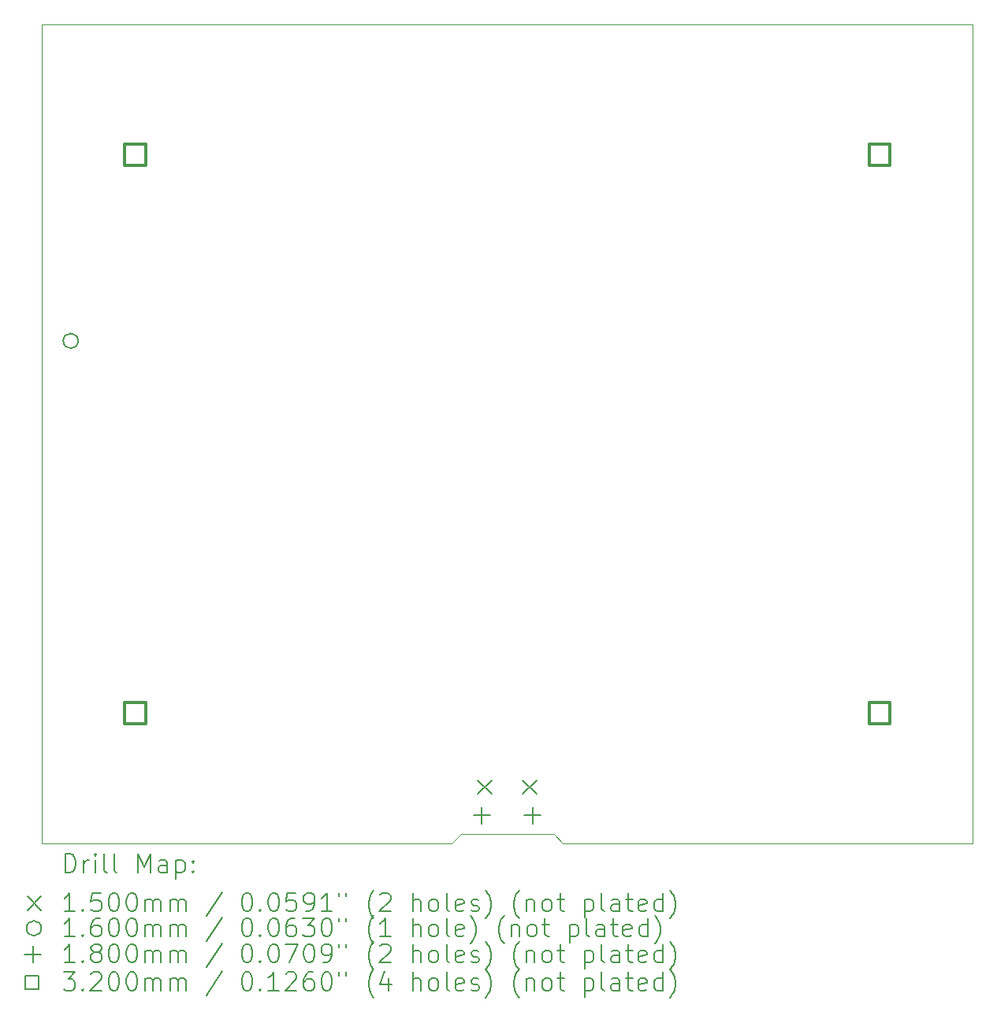
<source format=gbr>
%TF.GenerationSoftware,KiCad,Pcbnew,6.0.11+dfsg-1*%
%TF.CreationDate,2024-08-25T21:45:39-05:00*%
%TF.ProjectId,hootswitch,686f6f74-7377-4697-9463-682e6b696361,rev?*%
%TF.SameCoordinates,Original*%
%TF.FileFunction,Drillmap*%
%TF.FilePolarity,Positive*%
%FSLAX45Y45*%
G04 Gerber Fmt 4.5, Leading zero omitted, Abs format (unit mm)*
G04 Created by KiCad (PCBNEW 6.0.11+dfsg-1) date 2024-08-25 21:45:39*
%MOMM*%
%LPD*%
G01*
G04 APERTURE LIST*
%ADD10C,0.100000*%
%ADD11C,0.200000*%
%ADD12C,0.150000*%
%ADD13C,0.160000*%
%ADD14C,0.180000*%
%ADD15C,0.320000*%
G04 APERTURE END LIST*
D10*
X16000000Y-6000000D02*
X6000000Y-6000000D01*
X6000000Y-14800000D02*
X10400000Y-14800000D01*
X6000000Y-6000000D02*
X6000000Y-14800000D01*
X11500000Y-14700000D02*
X11600000Y-14800000D01*
X11600000Y-14800000D02*
X16000000Y-14800000D01*
X10400000Y-14800000D02*
X10500000Y-14700000D01*
X10500000Y-14700000D02*
X11500000Y-14700000D01*
X16000000Y-6000000D02*
X16000000Y-14800000D01*
D11*
D12*
X10682500Y-14122000D02*
X10832500Y-14272000D01*
X10832500Y-14122000D02*
X10682500Y-14272000D01*
X11167500Y-14122000D02*
X11317500Y-14272000D01*
X11317500Y-14122000D02*
X11167500Y-14272000D01*
D13*
X6390000Y-9400000D02*
G75*
G03*
X6390000Y-9400000I-80000J0D01*
G01*
D14*
X10727500Y-14410000D02*
X10727500Y-14590000D01*
X10637500Y-14500000D02*
X10817500Y-14500000D01*
X11272500Y-14410000D02*
X11272500Y-14590000D01*
X11182500Y-14500000D02*
X11362500Y-14500000D01*
D15*
X7113138Y-7513138D02*
X7113138Y-7286862D01*
X6886862Y-7286862D01*
X6886862Y-7513138D01*
X7113138Y-7513138D01*
X7113138Y-13513138D02*
X7113138Y-13286862D01*
X6886862Y-13286862D01*
X6886862Y-13513138D01*
X7113138Y-13513138D01*
X15113138Y-7513138D02*
X15113138Y-7286862D01*
X14886862Y-7286862D01*
X14886862Y-7513138D01*
X15113138Y-7513138D01*
X15113138Y-13513138D02*
X15113138Y-13286862D01*
X14886862Y-13286862D01*
X14886862Y-13513138D01*
X15113138Y-13513138D01*
D11*
X6252619Y-15115476D02*
X6252619Y-14915476D01*
X6300238Y-14915476D01*
X6328809Y-14925000D01*
X6347857Y-14944048D01*
X6357381Y-14963095D01*
X6366905Y-15001190D01*
X6366905Y-15029762D01*
X6357381Y-15067857D01*
X6347857Y-15086905D01*
X6328809Y-15105952D01*
X6300238Y-15115476D01*
X6252619Y-15115476D01*
X6452619Y-15115476D02*
X6452619Y-14982143D01*
X6452619Y-15020238D02*
X6462143Y-15001190D01*
X6471667Y-14991667D01*
X6490714Y-14982143D01*
X6509762Y-14982143D01*
X6576428Y-15115476D02*
X6576428Y-14982143D01*
X6576428Y-14915476D02*
X6566905Y-14925000D01*
X6576428Y-14934524D01*
X6585952Y-14925000D01*
X6576428Y-14915476D01*
X6576428Y-14934524D01*
X6700238Y-15115476D02*
X6681190Y-15105952D01*
X6671667Y-15086905D01*
X6671667Y-14915476D01*
X6805000Y-15115476D02*
X6785952Y-15105952D01*
X6776428Y-15086905D01*
X6776428Y-14915476D01*
X7033571Y-15115476D02*
X7033571Y-14915476D01*
X7100238Y-15058333D01*
X7166905Y-14915476D01*
X7166905Y-15115476D01*
X7347857Y-15115476D02*
X7347857Y-15010714D01*
X7338333Y-14991667D01*
X7319286Y-14982143D01*
X7281190Y-14982143D01*
X7262143Y-14991667D01*
X7347857Y-15105952D02*
X7328809Y-15115476D01*
X7281190Y-15115476D01*
X7262143Y-15105952D01*
X7252619Y-15086905D01*
X7252619Y-15067857D01*
X7262143Y-15048809D01*
X7281190Y-15039286D01*
X7328809Y-15039286D01*
X7347857Y-15029762D01*
X7443095Y-14982143D02*
X7443095Y-15182143D01*
X7443095Y-14991667D02*
X7462143Y-14982143D01*
X7500238Y-14982143D01*
X7519286Y-14991667D01*
X7528809Y-15001190D01*
X7538333Y-15020238D01*
X7538333Y-15077381D01*
X7528809Y-15096428D01*
X7519286Y-15105952D01*
X7500238Y-15115476D01*
X7462143Y-15115476D01*
X7443095Y-15105952D01*
X7624048Y-15096428D02*
X7633571Y-15105952D01*
X7624048Y-15115476D01*
X7614524Y-15105952D01*
X7624048Y-15096428D01*
X7624048Y-15115476D01*
X7624048Y-14991667D02*
X7633571Y-15001190D01*
X7624048Y-15010714D01*
X7614524Y-15001190D01*
X7624048Y-14991667D01*
X7624048Y-15010714D01*
D12*
X5845000Y-15370000D02*
X5995000Y-15520000D01*
X5995000Y-15370000D02*
X5845000Y-15520000D01*
D11*
X6357381Y-15535476D02*
X6243095Y-15535476D01*
X6300238Y-15535476D02*
X6300238Y-15335476D01*
X6281190Y-15364048D01*
X6262143Y-15383095D01*
X6243095Y-15392619D01*
X6443095Y-15516428D02*
X6452619Y-15525952D01*
X6443095Y-15535476D01*
X6433571Y-15525952D01*
X6443095Y-15516428D01*
X6443095Y-15535476D01*
X6633571Y-15335476D02*
X6538333Y-15335476D01*
X6528809Y-15430714D01*
X6538333Y-15421190D01*
X6557381Y-15411667D01*
X6605000Y-15411667D01*
X6624048Y-15421190D01*
X6633571Y-15430714D01*
X6643095Y-15449762D01*
X6643095Y-15497381D01*
X6633571Y-15516428D01*
X6624048Y-15525952D01*
X6605000Y-15535476D01*
X6557381Y-15535476D01*
X6538333Y-15525952D01*
X6528809Y-15516428D01*
X6766905Y-15335476D02*
X6785952Y-15335476D01*
X6805000Y-15345000D01*
X6814524Y-15354524D01*
X6824048Y-15373571D01*
X6833571Y-15411667D01*
X6833571Y-15459286D01*
X6824048Y-15497381D01*
X6814524Y-15516428D01*
X6805000Y-15525952D01*
X6785952Y-15535476D01*
X6766905Y-15535476D01*
X6747857Y-15525952D01*
X6738333Y-15516428D01*
X6728809Y-15497381D01*
X6719286Y-15459286D01*
X6719286Y-15411667D01*
X6728809Y-15373571D01*
X6738333Y-15354524D01*
X6747857Y-15345000D01*
X6766905Y-15335476D01*
X6957381Y-15335476D02*
X6976428Y-15335476D01*
X6995476Y-15345000D01*
X7005000Y-15354524D01*
X7014524Y-15373571D01*
X7024048Y-15411667D01*
X7024048Y-15459286D01*
X7014524Y-15497381D01*
X7005000Y-15516428D01*
X6995476Y-15525952D01*
X6976428Y-15535476D01*
X6957381Y-15535476D01*
X6938333Y-15525952D01*
X6928809Y-15516428D01*
X6919286Y-15497381D01*
X6909762Y-15459286D01*
X6909762Y-15411667D01*
X6919286Y-15373571D01*
X6928809Y-15354524D01*
X6938333Y-15345000D01*
X6957381Y-15335476D01*
X7109762Y-15535476D02*
X7109762Y-15402143D01*
X7109762Y-15421190D02*
X7119286Y-15411667D01*
X7138333Y-15402143D01*
X7166905Y-15402143D01*
X7185952Y-15411667D01*
X7195476Y-15430714D01*
X7195476Y-15535476D01*
X7195476Y-15430714D02*
X7205000Y-15411667D01*
X7224048Y-15402143D01*
X7252619Y-15402143D01*
X7271667Y-15411667D01*
X7281190Y-15430714D01*
X7281190Y-15535476D01*
X7376428Y-15535476D02*
X7376428Y-15402143D01*
X7376428Y-15421190D02*
X7385952Y-15411667D01*
X7405000Y-15402143D01*
X7433571Y-15402143D01*
X7452619Y-15411667D01*
X7462143Y-15430714D01*
X7462143Y-15535476D01*
X7462143Y-15430714D02*
X7471667Y-15411667D01*
X7490714Y-15402143D01*
X7519286Y-15402143D01*
X7538333Y-15411667D01*
X7547857Y-15430714D01*
X7547857Y-15535476D01*
X7938333Y-15325952D02*
X7766905Y-15583095D01*
X8195476Y-15335476D02*
X8214524Y-15335476D01*
X8233571Y-15345000D01*
X8243095Y-15354524D01*
X8252619Y-15373571D01*
X8262143Y-15411667D01*
X8262143Y-15459286D01*
X8252619Y-15497381D01*
X8243095Y-15516428D01*
X8233571Y-15525952D01*
X8214524Y-15535476D01*
X8195476Y-15535476D01*
X8176428Y-15525952D01*
X8166905Y-15516428D01*
X8157381Y-15497381D01*
X8147857Y-15459286D01*
X8147857Y-15411667D01*
X8157381Y-15373571D01*
X8166905Y-15354524D01*
X8176428Y-15345000D01*
X8195476Y-15335476D01*
X8347857Y-15516428D02*
X8357381Y-15525952D01*
X8347857Y-15535476D01*
X8338333Y-15525952D01*
X8347857Y-15516428D01*
X8347857Y-15535476D01*
X8481190Y-15335476D02*
X8500238Y-15335476D01*
X8519286Y-15345000D01*
X8528810Y-15354524D01*
X8538333Y-15373571D01*
X8547857Y-15411667D01*
X8547857Y-15459286D01*
X8538333Y-15497381D01*
X8528810Y-15516428D01*
X8519286Y-15525952D01*
X8500238Y-15535476D01*
X8481190Y-15535476D01*
X8462143Y-15525952D01*
X8452619Y-15516428D01*
X8443095Y-15497381D01*
X8433571Y-15459286D01*
X8433571Y-15411667D01*
X8443095Y-15373571D01*
X8452619Y-15354524D01*
X8462143Y-15345000D01*
X8481190Y-15335476D01*
X8728810Y-15335476D02*
X8633571Y-15335476D01*
X8624048Y-15430714D01*
X8633571Y-15421190D01*
X8652619Y-15411667D01*
X8700238Y-15411667D01*
X8719286Y-15421190D01*
X8728810Y-15430714D01*
X8738333Y-15449762D01*
X8738333Y-15497381D01*
X8728810Y-15516428D01*
X8719286Y-15525952D01*
X8700238Y-15535476D01*
X8652619Y-15535476D01*
X8633571Y-15525952D01*
X8624048Y-15516428D01*
X8833571Y-15535476D02*
X8871667Y-15535476D01*
X8890714Y-15525952D01*
X8900238Y-15516428D01*
X8919286Y-15487857D01*
X8928810Y-15449762D01*
X8928810Y-15373571D01*
X8919286Y-15354524D01*
X8909762Y-15345000D01*
X8890714Y-15335476D01*
X8852619Y-15335476D01*
X8833571Y-15345000D01*
X8824048Y-15354524D01*
X8814524Y-15373571D01*
X8814524Y-15421190D01*
X8824048Y-15440238D01*
X8833571Y-15449762D01*
X8852619Y-15459286D01*
X8890714Y-15459286D01*
X8909762Y-15449762D01*
X8919286Y-15440238D01*
X8928810Y-15421190D01*
X9119286Y-15535476D02*
X9005000Y-15535476D01*
X9062143Y-15535476D02*
X9062143Y-15335476D01*
X9043095Y-15364048D01*
X9024048Y-15383095D01*
X9005000Y-15392619D01*
X9195476Y-15335476D02*
X9195476Y-15373571D01*
X9271667Y-15335476D02*
X9271667Y-15373571D01*
X9566905Y-15611667D02*
X9557381Y-15602143D01*
X9538333Y-15573571D01*
X9528810Y-15554524D01*
X9519286Y-15525952D01*
X9509762Y-15478333D01*
X9509762Y-15440238D01*
X9519286Y-15392619D01*
X9528810Y-15364048D01*
X9538333Y-15345000D01*
X9557381Y-15316428D01*
X9566905Y-15306905D01*
X9633571Y-15354524D02*
X9643095Y-15345000D01*
X9662143Y-15335476D01*
X9709762Y-15335476D01*
X9728810Y-15345000D01*
X9738333Y-15354524D01*
X9747857Y-15373571D01*
X9747857Y-15392619D01*
X9738333Y-15421190D01*
X9624048Y-15535476D01*
X9747857Y-15535476D01*
X9985952Y-15535476D02*
X9985952Y-15335476D01*
X10071667Y-15535476D02*
X10071667Y-15430714D01*
X10062143Y-15411667D01*
X10043095Y-15402143D01*
X10014524Y-15402143D01*
X9995476Y-15411667D01*
X9985952Y-15421190D01*
X10195476Y-15535476D02*
X10176429Y-15525952D01*
X10166905Y-15516428D01*
X10157381Y-15497381D01*
X10157381Y-15440238D01*
X10166905Y-15421190D01*
X10176429Y-15411667D01*
X10195476Y-15402143D01*
X10224048Y-15402143D01*
X10243095Y-15411667D01*
X10252619Y-15421190D01*
X10262143Y-15440238D01*
X10262143Y-15497381D01*
X10252619Y-15516428D01*
X10243095Y-15525952D01*
X10224048Y-15535476D01*
X10195476Y-15535476D01*
X10376429Y-15535476D02*
X10357381Y-15525952D01*
X10347857Y-15506905D01*
X10347857Y-15335476D01*
X10528810Y-15525952D02*
X10509762Y-15535476D01*
X10471667Y-15535476D01*
X10452619Y-15525952D01*
X10443095Y-15506905D01*
X10443095Y-15430714D01*
X10452619Y-15411667D01*
X10471667Y-15402143D01*
X10509762Y-15402143D01*
X10528810Y-15411667D01*
X10538333Y-15430714D01*
X10538333Y-15449762D01*
X10443095Y-15468809D01*
X10614524Y-15525952D02*
X10633571Y-15535476D01*
X10671667Y-15535476D01*
X10690714Y-15525952D01*
X10700238Y-15506905D01*
X10700238Y-15497381D01*
X10690714Y-15478333D01*
X10671667Y-15468809D01*
X10643095Y-15468809D01*
X10624048Y-15459286D01*
X10614524Y-15440238D01*
X10614524Y-15430714D01*
X10624048Y-15411667D01*
X10643095Y-15402143D01*
X10671667Y-15402143D01*
X10690714Y-15411667D01*
X10766905Y-15611667D02*
X10776429Y-15602143D01*
X10795476Y-15573571D01*
X10805000Y-15554524D01*
X10814524Y-15525952D01*
X10824048Y-15478333D01*
X10824048Y-15440238D01*
X10814524Y-15392619D01*
X10805000Y-15364048D01*
X10795476Y-15345000D01*
X10776429Y-15316428D01*
X10766905Y-15306905D01*
X11128810Y-15611667D02*
X11119286Y-15602143D01*
X11100238Y-15573571D01*
X11090714Y-15554524D01*
X11081190Y-15525952D01*
X11071667Y-15478333D01*
X11071667Y-15440238D01*
X11081190Y-15392619D01*
X11090714Y-15364048D01*
X11100238Y-15345000D01*
X11119286Y-15316428D01*
X11128810Y-15306905D01*
X11205000Y-15402143D02*
X11205000Y-15535476D01*
X11205000Y-15421190D02*
X11214524Y-15411667D01*
X11233571Y-15402143D01*
X11262143Y-15402143D01*
X11281190Y-15411667D01*
X11290714Y-15430714D01*
X11290714Y-15535476D01*
X11414524Y-15535476D02*
X11395476Y-15525952D01*
X11385952Y-15516428D01*
X11376428Y-15497381D01*
X11376428Y-15440238D01*
X11385952Y-15421190D01*
X11395476Y-15411667D01*
X11414524Y-15402143D01*
X11443095Y-15402143D01*
X11462143Y-15411667D01*
X11471667Y-15421190D01*
X11481190Y-15440238D01*
X11481190Y-15497381D01*
X11471667Y-15516428D01*
X11462143Y-15525952D01*
X11443095Y-15535476D01*
X11414524Y-15535476D01*
X11538333Y-15402143D02*
X11614524Y-15402143D01*
X11566905Y-15335476D02*
X11566905Y-15506905D01*
X11576428Y-15525952D01*
X11595476Y-15535476D01*
X11614524Y-15535476D01*
X11833571Y-15402143D02*
X11833571Y-15602143D01*
X11833571Y-15411667D02*
X11852619Y-15402143D01*
X11890714Y-15402143D01*
X11909762Y-15411667D01*
X11919286Y-15421190D01*
X11928809Y-15440238D01*
X11928809Y-15497381D01*
X11919286Y-15516428D01*
X11909762Y-15525952D01*
X11890714Y-15535476D01*
X11852619Y-15535476D01*
X11833571Y-15525952D01*
X12043095Y-15535476D02*
X12024048Y-15525952D01*
X12014524Y-15506905D01*
X12014524Y-15335476D01*
X12205000Y-15535476D02*
X12205000Y-15430714D01*
X12195476Y-15411667D01*
X12176428Y-15402143D01*
X12138333Y-15402143D01*
X12119286Y-15411667D01*
X12205000Y-15525952D02*
X12185952Y-15535476D01*
X12138333Y-15535476D01*
X12119286Y-15525952D01*
X12109762Y-15506905D01*
X12109762Y-15487857D01*
X12119286Y-15468809D01*
X12138333Y-15459286D01*
X12185952Y-15459286D01*
X12205000Y-15449762D01*
X12271667Y-15402143D02*
X12347857Y-15402143D01*
X12300238Y-15335476D02*
X12300238Y-15506905D01*
X12309762Y-15525952D01*
X12328809Y-15535476D01*
X12347857Y-15535476D01*
X12490714Y-15525952D02*
X12471667Y-15535476D01*
X12433571Y-15535476D01*
X12414524Y-15525952D01*
X12405000Y-15506905D01*
X12405000Y-15430714D01*
X12414524Y-15411667D01*
X12433571Y-15402143D01*
X12471667Y-15402143D01*
X12490714Y-15411667D01*
X12500238Y-15430714D01*
X12500238Y-15449762D01*
X12405000Y-15468809D01*
X12671667Y-15535476D02*
X12671667Y-15335476D01*
X12671667Y-15525952D02*
X12652619Y-15535476D01*
X12614524Y-15535476D01*
X12595476Y-15525952D01*
X12585952Y-15516428D01*
X12576428Y-15497381D01*
X12576428Y-15440238D01*
X12585952Y-15421190D01*
X12595476Y-15411667D01*
X12614524Y-15402143D01*
X12652619Y-15402143D01*
X12671667Y-15411667D01*
X12747857Y-15611667D02*
X12757381Y-15602143D01*
X12776428Y-15573571D01*
X12785952Y-15554524D01*
X12795476Y-15525952D01*
X12805000Y-15478333D01*
X12805000Y-15440238D01*
X12795476Y-15392619D01*
X12785952Y-15364048D01*
X12776428Y-15345000D01*
X12757381Y-15316428D01*
X12747857Y-15306905D01*
D13*
X5995000Y-15715000D02*
G75*
G03*
X5995000Y-15715000I-80000J0D01*
G01*
D11*
X6357381Y-15805476D02*
X6243095Y-15805476D01*
X6300238Y-15805476D02*
X6300238Y-15605476D01*
X6281190Y-15634048D01*
X6262143Y-15653095D01*
X6243095Y-15662619D01*
X6443095Y-15786428D02*
X6452619Y-15795952D01*
X6443095Y-15805476D01*
X6433571Y-15795952D01*
X6443095Y-15786428D01*
X6443095Y-15805476D01*
X6624048Y-15605476D02*
X6585952Y-15605476D01*
X6566905Y-15615000D01*
X6557381Y-15624524D01*
X6538333Y-15653095D01*
X6528809Y-15691190D01*
X6528809Y-15767381D01*
X6538333Y-15786428D01*
X6547857Y-15795952D01*
X6566905Y-15805476D01*
X6605000Y-15805476D01*
X6624048Y-15795952D01*
X6633571Y-15786428D01*
X6643095Y-15767381D01*
X6643095Y-15719762D01*
X6633571Y-15700714D01*
X6624048Y-15691190D01*
X6605000Y-15681667D01*
X6566905Y-15681667D01*
X6547857Y-15691190D01*
X6538333Y-15700714D01*
X6528809Y-15719762D01*
X6766905Y-15605476D02*
X6785952Y-15605476D01*
X6805000Y-15615000D01*
X6814524Y-15624524D01*
X6824048Y-15643571D01*
X6833571Y-15681667D01*
X6833571Y-15729286D01*
X6824048Y-15767381D01*
X6814524Y-15786428D01*
X6805000Y-15795952D01*
X6785952Y-15805476D01*
X6766905Y-15805476D01*
X6747857Y-15795952D01*
X6738333Y-15786428D01*
X6728809Y-15767381D01*
X6719286Y-15729286D01*
X6719286Y-15681667D01*
X6728809Y-15643571D01*
X6738333Y-15624524D01*
X6747857Y-15615000D01*
X6766905Y-15605476D01*
X6957381Y-15605476D02*
X6976428Y-15605476D01*
X6995476Y-15615000D01*
X7005000Y-15624524D01*
X7014524Y-15643571D01*
X7024048Y-15681667D01*
X7024048Y-15729286D01*
X7014524Y-15767381D01*
X7005000Y-15786428D01*
X6995476Y-15795952D01*
X6976428Y-15805476D01*
X6957381Y-15805476D01*
X6938333Y-15795952D01*
X6928809Y-15786428D01*
X6919286Y-15767381D01*
X6909762Y-15729286D01*
X6909762Y-15681667D01*
X6919286Y-15643571D01*
X6928809Y-15624524D01*
X6938333Y-15615000D01*
X6957381Y-15605476D01*
X7109762Y-15805476D02*
X7109762Y-15672143D01*
X7109762Y-15691190D02*
X7119286Y-15681667D01*
X7138333Y-15672143D01*
X7166905Y-15672143D01*
X7185952Y-15681667D01*
X7195476Y-15700714D01*
X7195476Y-15805476D01*
X7195476Y-15700714D02*
X7205000Y-15681667D01*
X7224048Y-15672143D01*
X7252619Y-15672143D01*
X7271667Y-15681667D01*
X7281190Y-15700714D01*
X7281190Y-15805476D01*
X7376428Y-15805476D02*
X7376428Y-15672143D01*
X7376428Y-15691190D02*
X7385952Y-15681667D01*
X7405000Y-15672143D01*
X7433571Y-15672143D01*
X7452619Y-15681667D01*
X7462143Y-15700714D01*
X7462143Y-15805476D01*
X7462143Y-15700714D02*
X7471667Y-15681667D01*
X7490714Y-15672143D01*
X7519286Y-15672143D01*
X7538333Y-15681667D01*
X7547857Y-15700714D01*
X7547857Y-15805476D01*
X7938333Y-15595952D02*
X7766905Y-15853095D01*
X8195476Y-15605476D02*
X8214524Y-15605476D01*
X8233571Y-15615000D01*
X8243095Y-15624524D01*
X8252619Y-15643571D01*
X8262143Y-15681667D01*
X8262143Y-15729286D01*
X8252619Y-15767381D01*
X8243095Y-15786428D01*
X8233571Y-15795952D01*
X8214524Y-15805476D01*
X8195476Y-15805476D01*
X8176428Y-15795952D01*
X8166905Y-15786428D01*
X8157381Y-15767381D01*
X8147857Y-15729286D01*
X8147857Y-15681667D01*
X8157381Y-15643571D01*
X8166905Y-15624524D01*
X8176428Y-15615000D01*
X8195476Y-15605476D01*
X8347857Y-15786428D02*
X8357381Y-15795952D01*
X8347857Y-15805476D01*
X8338333Y-15795952D01*
X8347857Y-15786428D01*
X8347857Y-15805476D01*
X8481190Y-15605476D02*
X8500238Y-15605476D01*
X8519286Y-15615000D01*
X8528810Y-15624524D01*
X8538333Y-15643571D01*
X8547857Y-15681667D01*
X8547857Y-15729286D01*
X8538333Y-15767381D01*
X8528810Y-15786428D01*
X8519286Y-15795952D01*
X8500238Y-15805476D01*
X8481190Y-15805476D01*
X8462143Y-15795952D01*
X8452619Y-15786428D01*
X8443095Y-15767381D01*
X8433571Y-15729286D01*
X8433571Y-15681667D01*
X8443095Y-15643571D01*
X8452619Y-15624524D01*
X8462143Y-15615000D01*
X8481190Y-15605476D01*
X8719286Y-15605476D02*
X8681190Y-15605476D01*
X8662143Y-15615000D01*
X8652619Y-15624524D01*
X8633571Y-15653095D01*
X8624048Y-15691190D01*
X8624048Y-15767381D01*
X8633571Y-15786428D01*
X8643095Y-15795952D01*
X8662143Y-15805476D01*
X8700238Y-15805476D01*
X8719286Y-15795952D01*
X8728810Y-15786428D01*
X8738333Y-15767381D01*
X8738333Y-15719762D01*
X8728810Y-15700714D01*
X8719286Y-15691190D01*
X8700238Y-15681667D01*
X8662143Y-15681667D01*
X8643095Y-15691190D01*
X8633571Y-15700714D01*
X8624048Y-15719762D01*
X8805000Y-15605476D02*
X8928810Y-15605476D01*
X8862143Y-15681667D01*
X8890714Y-15681667D01*
X8909762Y-15691190D01*
X8919286Y-15700714D01*
X8928810Y-15719762D01*
X8928810Y-15767381D01*
X8919286Y-15786428D01*
X8909762Y-15795952D01*
X8890714Y-15805476D01*
X8833571Y-15805476D01*
X8814524Y-15795952D01*
X8805000Y-15786428D01*
X9052619Y-15605476D02*
X9071667Y-15605476D01*
X9090714Y-15615000D01*
X9100238Y-15624524D01*
X9109762Y-15643571D01*
X9119286Y-15681667D01*
X9119286Y-15729286D01*
X9109762Y-15767381D01*
X9100238Y-15786428D01*
X9090714Y-15795952D01*
X9071667Y-15805476D01*
X9052619Y-15805476D01*
X9033571Y-15795952D01*
X9024048Y-15786428D01*
X9014524Y-15767381D01*
X9005000Y-15729286D01*
X9005000Y-15681667D01*
X9014524Y-15643571D01*
X9024048Y-15624524D01*
X9033571Y-15615000D01*
X9052619Y-15605476D01*
X9195476Y-15605476D02*
X9195476Y-15643571D01*
X9271667Y-15605476D02*
X9271667Y-15643571D01*
X9566905Y-15881667D02*
X9557381Y-15872143D01*
X9538333Y-15843571D01*
X9528810Y-15824524D01*
X9519286Y-15795952D01*
X9509762Y-15748333D01*
X9509762Y-15710238D01*
X9519286Y-15662619D01*
X9528810Y-15634048D01*
X9538333Y-15615000D01*
X9557381Y-15586428D01*
X9566905Y-15576905D01*
X9747857Y-15805476D02*
X9633571Y-15805476D01*
X9690714Y-15805476D02*
X9690714Y-15605476D01*
X9671667Y-15634048D01*
X9652619Y-15653095D01*
X9633571Y-15662619D01*
X9985952Y-15805476D02*
X9985952Y-15605476D01*
X10071667Y-15805476D02*
X10071667Y-15700714D01*
X10062143Y-15681667D01*
X10043095Y-15672143D01*
X10014524Y-15672143D01*
X9995476Y-15681667D01*
X9985952Y-15691190D01*
X10195476Y-15805476D02*
X10176429Y-15795952D01*
X10166905Y-15786428D01*
X10157381Y-15767381D01*
X10157381Y-15710238D01*
X10166905Y-15691190D01*
X10176429Y-15681667D01*
X10195476Y-15672143D01*
X10224048Y-15672143D01*
X10243095Y-15681667D01*
X10252619Y-15691190D01*
X10262143Y-15710238D01*
X10262143Y-15767381D01*
X10252619Y-15786428D01*
X10243095Y-15795952D01*
X10224048Y-15805476D01*
X10195476Y-15805476D01*
X10376429Y-15805476D02*
X10357381Y-15795952D01*
X10347857Y-15776905D01*
X10347857Y-15605476D01*
X10528810Y-15795952D02*
X10509762Y-15805476D01*
X10471667Y-15805476D01*
X10452619Y-15795952D01*
X10443095Y-15776905D01*
X10443095Y-15700714D01*
X10452619Y-15681667D01*
X10471667Y-15672143D01*
X10509762Y-15672143D01*
X10528810Y-15681667D01*
X10538333Y-15700714D01*
X10538333Y-15719762D01*
X10443095Y-15738809D01*
X10605000Y-15881667D02*
X10614524Y-15872143D01*
X10633571Y-15843571D01*
X10643095Y-15824524D01*
X10652619Y-15795952D01*
X10662143Y-15748333D01*
X10662143Y-15710238D01*
X10652619Y-15662619D01*
X10643095Y-15634048D01*
X10633571Y-15615000D01*
X10614524Y-15586428D01*
X10605000Y-15576905D01*
X10966905Y-15881667D02*
X10957381Y-15872143D01*
X10938333Y-15843571D01*
X10928810Y-15824524D01*
X10919286Y-15795952D01*
X10909762Y-15748333D01*
X10909762Y-15710238D01*
X10919286Y-15662619D01*
X10928810Y-15634048D01*
X10938333Y-15615000D01*
X10957381Y-15586428D01*
X10966905Y-15576905D01*
X11043095Y-15672143D02*
X11043095Y-15805476D01*
X11043095Y-15691190D02*
X11052619Y-15681667D01*
X11071667Y-15672143D01*
X11100238Y-15672143D01*
X11119286Y-15681667D01*
X11128810Y-15700714D01*
X11128810Y-15805476D01*
X11252619Y-15805476D02*
X11233571Y-15795952D01*
X11224048Y-15786428D01*
X11214524Y-15767381D01*
X11214524Y-15710238D01*
X11224048Y-15691190D01*
X11233571Y-15681667D01*
X11252619Y-15672143D01*
X11281190Y-15672143D01*
X11300238Y-15681667D01*
X11309762Y-15691190D01*
X11319286Y-15710238D01*
X11319286Y-15767381D01*
X11309762Y-15786428D01*
X11300238Y-15795952D01*
X11281190Y-15805476D01*
X11252619Y-15805476D01*
X11376428Y-15672143D02*
X11452619Y-15672143D01*
X11405000Y-15605476D02*
X11405000Y-15776905D01*
X11414524Y-15795952D01*
X11433571Y-15805476D01*
X11452619Y-15805476D01*
X11671667Y-15672143D02*
X11671667Y-15872143D01*
X11671667Y-15681667D02*
X11690714Y-15672143D01*
X11728809Y-15672143D01*
X11747857Y-15681667D01*
X11757381Y-15691190D01*
X11766905Y-15710238D01*
X11766905Y-15767381D01*
X11757381Y-15786428D01*
X11747857Y-15795952D01*
X11728809Y-15805476D01*
X11690714Y-15805476D01*
X11671667Y-15795952D01*
X11881190Y-15805476D02*
X11862143Y-15795952D01*
X11852619Y-15776905D01*
X11852619Y-15605476D01*
X12043095Y-15805476D02*
X12043095Y-15700714D01*
X12033571Y-15681667D01*
X12014524Y-15672143D01*
X11976428Y-15672143D01*
X11957381Y-15681667D01*
X12043095Y-15795952D02*
X12024048Y-15805476D01*
X11976428Y-15805476D01*
X11957381Y-15795952D01*
X11947857Y-15776905D01*
X11947857Y-15757857D01*
X11957381Y-15738809D01*
X11976428Y-15729286D01*
X12024048Y-15729286D01*
X12043095Y-15719762D01*
X12109762Y-15672143D02*
X12185952Y-15672143D01*
X12138333Y-15605476D02*
X12138333Y-15776905D01*
X12147857Y-15795952D01*
X12166905Y-15805476D01*
X12185952Y-15805476D01*
X12328809Y-15795952D02*
X12309762Y-15805476D01*
X12271667Y-15805476D01*
X12252619Y-15795952D01*
X12243095Y-15776905D01*
X12243095Y-15700714D01*
X12252619Y-15681667D01*
X12271667Y-15672143D01*
X12309762Y-15672143D01*
X12328809Y-15681667D01*
X12338333Y-15700714D01*
X12338333Y-15719762D01*
X12243095Y-15738809D01*
X12509762Y-15805476D02*
X12509762Y-15605476D01*
X12509762Y-15795952D02*
X12490714Y-15805476D01*
X12452619Y-15805476D01*
X12433571Y-15795952D01*
X12424048Y-15786428D01*
X12414524Y-15767381D01*
X12414524Y-15710238D01*
X12424048Y-15691190D01*
X12433571Y-15681667D01*
X12452619Y-15672143D01*
X12490714Y-15672143D01*
X12509762Y-15681667D01*
X12585952Y-15881667D02*
X12595476Y-15872143D01*
X12614524Y-15843571D01*
X12624048Y-15824524D01*
X12633571Y-15795952D01*
X12643095Y-15748333D01*
X12643095Y-15710238D01*
X12633571Y-15662619D01*
X12624048Y-15634048D01*
X12614524Y-15615000D01*
X12595476Y-15586428D01*
X12585952Y-15576905D01*
D14*
X5905000Y-15905000D02*
X5905000Y-16085000D01*
X5815000Y-15995000D02*
X5995000Y-15995000D01*
D11*
X6357381Y-16085476D02*
X6243095Y-16085476D01*
X6300238Y-16085476D02*
X6300238Y-15885476D01*
X6281190Y-15914048D01*
X6262143Y-15933095D01*
X6243095Y-15942619D01*
X6443095Y-16066428D02*
X6452619Y-16075952D01*
X6443095Y-16085476D01*
X6433571Y-16075952D01*
X6443095Y-16066428D01*
X6443095Y-16085476D01*
X6566905Y-15971190D02*
X6547857Y-15961667D01*
X6538333Y-15952143D01*
X6528809Y-15933095D01*
X6528809Y-15923571D01*
X6538333Y-15904524D01*
X6547857Y-15895000D01*
X6566905Y-15885476D01*
X6605000Y-15885476D01*
X6624048Y-15895000D01*
X6633571Y-15904524D01*
X6643095Y-15923571D01*
X6643095Y-15933095D01*
X6633571Y-15952143D01*
X6624048Y-15961667D01*
X6605000Y-15971190D01*
X6566905Y-15971190D01*
X6547857Y-15980714D01*
X6538333Y-15990238D01*
X6528809Y-16009286D01*
X6528809Y-16047381D01*
X6538333Y-16066428D01*
X6547857Y-16075952D01*
X6566905Y-16085476D01*
X6605000Y-16085476D01*
X6624048Y-16075952D01*
X6633571Y-16066428D01*
X6643095Y-16047381D01*
X6643095Y-16009286D01*
X6633571Y-15990238D01*
X6624048Y-15980714D01*
X6605000Y-15971190D01*
X6766905Y-15885476D02*
X6785952Y-15885476D01*
X6805000Y-15895000D01*
X6814524Y-15904524D01*
X6824048Y-15923571D01*
X6833571Y-15961667D01*
X6833571Y-16009286D01*
X6824048Y-16047381D01*
X6814524Y-16066428D01*
X6805000Y-16075952D01*
X6785952Y-16085476D01*
X6766905Y-16085476D01*
X6747857Y-16075952D01*
X6738333Y-16066428D01*
X6728809Y-16047381D01*
X6719286Y-16009286D01*
X6719286Y-15961667D01*
X6728809Y-15923571D01*
X6738333Y-15904524D01*
X6747857Y-15895000D01*
X6766905Y-15885476D01*
X6957381Y-15885476D02*
X6976428Y-15885476D01*
X6995476Y-15895000D01*
X7005000Y-15904524D01*
X7014524Y-15923571D01*
X7024048Y-15961667D01*
X7024048Y-16009286D01*
X7014524Y-16047381D01*
X7005000Y-16066428D01*
X6995476Y-16075952D01*
X6976428Y-16085476D01*
X6957381Y-16085476D01*
X6938333Y-16075952D01*
X6928809Y-16066428D01*
X6919286Y-16047381D01*
X6909762Y-16009286D01*
X6909762Y-15961667D01*
X6919286Y-15923571D01*
X6928809Y-15904524D01*
X6938333Y-15895000D01*
X6957381Y-15885476D01*
X7109762Y-16085476D02*
X7109762Y-15952143D01*
X7109762Y-15971190D02*
X7119286Y-15961667D01*
X7138333Y-15952143D01*
X7166905Y-15952143D01*
X7185952Y-15961667D01*
X7195476Y-15980714D01*
X7195476Y-16085476D01*
X7195476Y-15980714D02*
X7205000Y-15961667D01*
X7224048Y-15952143D01*
X7252619Y-15952143D01*
X7271667Y-15961667D01*
X7281190Y-15980714D01*
X7281190Y-16085476D01*
X7376428Y-16085476D02*
X7376428Y-15952143D01*
X7376428Y-15971190D02*
X7385952Y-15961667D01*
X7405000Y-15952143D01*
X7433571Y-15952143D01*
X7452619Y-15961667D01*
X7462143Y-15980714D01*
X7462143Y-16085476D01*
X7462143Y-15980714D02*
X7471667Y-15961667D01*
X7490714Y-15952143D01*
X7519286Y-15952143D01*
X7538333Y-15961667D01*
X7547857Y-15980714D01*
X7547857Y-16085476D01*
X7938333Y-15875952D02*
X7766905Y-16133095D01*
X8195476Y-15885476D02*
X8214524Y-15885476D01*
X8233571Y-15895000D01*
X8243095Y-15904524D01*
X8252619Y-15923571D01*
X8262143Y-15961667D01*
X8262143Y-16009286D01*
X8252619Y-16047381D01*
X8243095Y-16066428D01*
X8233571Y-16075952D01*
X8214524Y-16085476D01*
X8195476Y-16085476D01*
X8176428Y-16075952D01*
X8166905Y-16066428D01*
X8157381Y-16047381D01*
X8147857Y-16009286D01*
X8147857Y-15961667D01*
X8157381Y-15923571D01*
X8166905Y-15904524D01*
X8176428Y-15895000D01*
X8195476Y-15885476D01*
X8347857Y-16066428D02*
X8357381Y-16075952D01*
X8347857Y-16085476D01*
X8338333Y-16075952D01*
X8347857Y-16066428D01*
X8347857Y-16085476D01*
X8481190Y-15885476D02*
X8500238Y-15885476D01*
X8519286Y-15895000D01*
X8528810Y-15904524D01*
X8538333Y-15923571D01*
X8547857Y-15961667D01*
X8547857Y-16009286D01*
X8538333Y-16047381D01*
X8528810Y-16066428D01*
X8519286Y-16075952D01*
X8500238Y-16085476D01*
X8481190Y-16085476D01*
X8462143Y-16075952D01*
X8452619Y-16066428D01*
X8443095Y-16047381D01*
X8433571Y-16009286D01*
X8433571Y-15961667D01*
X8443095Y-15923571D01*
X8452619Y-15904524D01*
X8462143Y-15895000D01*
X8481190Y-15885476D01*
X8614524Y-15885476D02*
X8747857Y-15885476D01*
X8662143Y-16085476D01*
X8862143Y-15885476D02*
X8881190Y-15885476D01*
X8900238Y-15895000D01*
X8909762Y-15904524D01*
X8919286Y-15923571D01*
X8928810Y-15961667D01*
X8928810Y-16009286D01*
X8919286Y-16047381D01*
X8909762Y-16066428D01*
X8900238Y-16075952D01*
X8881190Y-16085476D01*
X8862143Y-16085476D01*
X8843095Y-16075952D01*
X8833571Y-16066428D01*
X8824048Y-16047381D01*
X8814524Y-16009286D01*
X8814524Y-15961667D01*
X8824048Y-15923571D01*
X8833571Y-15904524D01*
X8843095Y-15895000D01*
X8862143Y-15885476D01*
X9024048Y-16085476D02*
X9062143Y-16085476D01*
X9081190Y-16075952D01*
X9090714Y-16066428D01*
X9109762Y-16037857D01*
X9119286Y-15999762D01*
X9119286Y-15923571D01*
X9109762Y-15904524D01*
X9100238Y-15895000D01*
X9081190Y-15885476D01*
X9043095Y-15885476D01*
X9024048Y-15895000D01*
X9014524Y-15904524D01*
X9005000Y-15923571D01*
X9005000Y-15971190D01*
X9014524Y-15990238D01*
X9024048Y-15999762D01*
X9043095Y-16009286D01*
X9081190Y-16009286D01*
X9100238Y-15999762D01*
X9109762Y-15990238D01*
X9119286Y-15971190D01*
X9195476Y-15885476D02*
X9195476Y-15923571D01*
X9271667Y-15885476D02*
X9271667Y-15923571D01*
X9566905Y-16161667D02*
X9557381Y-16152143D01*
X9538333Y-16123571D01*
X9528810Y-16104524D01*
X9519286Y-16075952D01*
X9509762Y-16028333D01*
X9509762Y-15990238D01*
X9519286Y-15942619D01*
X9528810Y-15914048D01*
X9538333Y-15895000D01*
X9557381Y-15866428D01*
X9566905Y-15856905D01*
X9633571Y-15904524D02*
X9643095Y-15895000D01*
X9662143Y-15885476D01*
X9709762Y-15885476D01*
X9728810Y-15895000D01*
X9738333Y-15904524D01*
X9747857Y-15923571D01*
X9747857Y-15942619D01*
X9738333Y-15971190D01*
X9624048Y-16085476D01*
X9747857Y-16085476D01*
X9985952Y-16085476D02*
X9985952Y-15885476D01*
X10071667Y-16085476D02*
X10071667Y-15980714D01*
X10062143Y-15961667D01*
X10043095Y-15952143D01*
X10014524Y-15952143D01*
X9995476Y-15961667D01*
X9985952Y-15971190D01*
X10195476Y-16085476D02*
X10176429Y-16075952D01*
X10166905Y-16066428D01*
X10157381Y-16047381D01*
X10157381Y-15990238D01*
X10166905Y-15971190D01*
X10176429Y-15961667D01*
X10195476Y-15952143D01*
X10224048Y-15952143D01*
X10243095Y-15961667D01*
X10252619Y-15971190D01*
X10262143Y-15990238D01*
X10262143Y-16047381D01*
X10252619Y-16066428D01*
X10243095Y-16075952D01*
X10224048Y-16085476D01*
X10195476Y-16085476D01*
X10376429Y-16085476D02*
X10357381Y-16075952D01*
X10347857Y-16056905D01*
X10347857Y-15885476D01*
X10528810Y-16075952D02*
X10509762Y-16085476D01*
X10471667Y-16085476D01*
X10452619Y-16075952D01*
X10443095Y-16056905D01*
X10443095Y-15980714D01*
X10452619Y-15961667D01*
X10471667Y-15952143D01*
X10509762Y-15952143D01*
X10528810Y-15961667D01*
X10538333Y-15980714D01*
X10538333Y-15999762D01*
X10443095Y-16018809D01*
X10614524Y-16075952D02*
X10633571Y-16085476D01*
X10671667Y-16085476D01*
X10690714Y-16075952D01*
X10700238Y-16056905D01*
X10700238Y-16047381D01*
X10690714Y-16028333D01*
X10671667Y-16018809D01*
X10643095Y-16018809D01*
X10624048Y-16009286D01*
X10614524Y-15990238D01*
X10614524Y-15980714D01*
X10624048Y-15961667D01*
X10643095Y-15952143D01*
X10671667Y-15952143D01*
X10690714Y-15961667D01*
X10766905Y-16161667D02*
X10776429Y-16152143D01*
X10795476Y-16123571D01*
X10805000Y-16104524D01*
X10814524Y-16075952D01*
X10824048Y-16028333D01*
X10824048Y-15990238D01*
X10814524Y-15942619D01*
X10805000Y-15914048D01*
X10795476Y-15895000D01*
X10776429Y-15866428D01*
X10766905Y-15856905D01*
X11128810Y-16161667D02*
X11119286Y-16152143D01*
X11100238Y-16123571D01*
X11090714Y-16104524D01*
X11081190Y-16075952D01*
X11071667Y-16028333D01*
X11071667Y-15990238D01*
X11081190Y-15942619D01*
X11090714Y-15914048D01*
X11100238Y-15895000D01*
X11119286Y-15866428D01*
X11128810Y-15856905D01*
X11205000Y-15952143D02*
X11205000Y-16085476D01*
X11205000Y-15971190D02*
X11214524Y-15961667D01*
X11233571Y-15952143D01*
X11262143Y-15952143D01*
X11281190Y-15961667D01*
X11290714Y-15980714D01*
X11290714Y-16085476D01*
X11414524Y-16085476D02*
X11395476Y-16075952D01*
X11385952Y-16066428D01*
X11376428Y-16047381D01*
X11376428Y-15990238D01*
X11385952Y-15971190D01*
X11395476Y-15961667D01*
X11414524Y-15952143D01*
X11443095Y-15952143D01*
X11462143Y-15961667D01*
X11471667Y-15971190D01*
X11481190Y-15990238D01*
X11481190Y-16047381D01*
X11471667Y-16066428D01*
X11462143Y-16075952D01*
X11443095Y-16085476D01*
X11414524Y-16085476D01*
X11538333Y-15952143D02*
X11614524Y-15952143D01*
X11566905Y-15885476D02*
X11566905Y-16056905D01*
X11576428Y-16075952D01*
X11595476Y-16085476D01*
X11614524Y-16085476D01*
X11833571Y-15952143D02*
X11833571Y-16152143D01*
X11833571Y-15961667D02*
X11852619Y-15952143D01*
X11890714Y-15952143D01*
X11909762Y-15961667D01*
X11919286Y-15971190D01*
X11928809Y-15990238D01*
X11928809Y-16047381D01*
X11919286Y-16066428D01*
X11909762Y-16075952D01*
X11890714Y-16085476D01*
X11852619Y-16085476D01*
X11833571Y-16075952D01*
X12043095Y-16085476D02*
X12024048Y-16075952D01*
X12014524Y-16056905D01*
X12014524Y-15885476D01*
X12205000Y-16085476D02*
X12205000Y-15980714D01*
X12195476Y-15961667D01*
X12176428Y-15952143D01*
X12138333Y-15952143D01*
X12119286Y-15961667D01*
X12205000Y-16075952D02*
X12185952Y-16085476D01*
X12138333Y-16085476D01*
X12119286Y-16075952D01*
X12109762Y-16056905D01*
X12109762Y-16037857D01*
X12119286Y-16018809D01*
X12138333Y-16009286D01*
X12185952Y-16009286D01*
X12205000Y-15999762D01*
X12271667Y-15952143D02*
X12347857Y-15952143D01*
X12300238Y-15885476D02*
X12300238Y-16056905D01*
X12309762Y-16075952D01*
X12328809Y-16085476D01*
X12347857Y-16085476D01*
X12490714Y-16075952D02*
X12471667Y-16085476D01*
X12433571Y-16085476D01*
X12414524Y-16075952D01*
X12405000Y-16056905D01*
X12405000Y-15980714D01*
X12414524Y-15961667D01*
X12433571Y-15952143D01*
X12471667Y-15952143D01*
X12490714Y-15961667D01*
X12500238Y-15980714D01*
X12500238Y-15999762D01*
X12405000Y-16018809D01*
X12671667Y-16085476D02*
X12671667Y-15885476D01*
X12671667Y-16075952D02*
X12652619Y-16085476D01*
X12614524Y-16085476D01*
X12595476Y-16075952D01*
X12585952Y-16066428D01*
X12576428Y-16047381D01*
X12576428Y-15990238D01*
X12585952Y-15971190D01*
X12595476Y-15961667D01*
X12614524Y-15952143D01*
X12652619Y-15952143D01*
X12671667Y-15961667D01*
X12747857Y-16161667D02*
X12757381Y-16152143D01*
X12776428Y-16123571D01*
X12785952Y-16104524D01*
X12795476Y-16075952D01*
X12805000Y-16028333D01*
X12805000Y-15990238D01*
X12795476Y-15942619D01*
X12785952Y-15914048D01*
X12776428Y-15895000D01*
X12757381Y-15866428D01*
X12747857Y-15856905D01*
X5965711Y-16365711D02*
X5965711Y-16224289D01*
X5824289Y-16224289D01*
X5824289Y-16365711D01*
X5965711Y-16365711D01*
X6233571Y-16185476D02*
X6357381Y-16185476D01*
X6290714Y-16261667D01*
X6319286Y-16261667D01*
X6338333Y-16271190D01*
X6347857Y-16280714D01*
X6357381Y-16299762D01*
X6357381Y-16347381D01*
X6347857Y-16366428D01*
X6338333Y-16375952D01*
X6319286Y-16385476D01*
X6262143Y-16385476D01*
X6243095Y-16375952D01*
X6233571Y-16366428D01*
X6443095Y-16366428D02*
X6452619Y-16375952D01*
X6443095Y-16385476D01*
X6433571Y-16375952D01*
X6443095Y-16366428D01*
X6443095Y-16385476D01*
X6528809Y-16204524D02*
X6538333Y-16195000D01*
X6557381Y-16185476D01*
X6605000Y-16185476D01*
X6624048Y-16195000D01*
X6633571Y-16204524D01*
X6643095Y-16223571D01*
X6643095Y-16242619D01*
X6633571Y-16271190D01*
X6519286Y-16385476D01*
X6643095Y-16385476D01*
X6766905Y-16185476D02*
X6785952Y-16185476D01*
X6805000Y-16195000D01*
X6814524Y-16204524D01*
X6824048Y-16223571D01*
X6833571Y-16261667D01*
X6833571Y-16309286D01*
X6824048Y-16347381D01*
X6814524Y-16366428D01*
X6805000Y-16375952D01*
X6785952Y-16385476D01*
X6766905Y-16385476D01*
X6747857Y-16375952D01*
X6738333Y-16366428D01*
X6728809Y-16347381D01*
X6719286Y-16309286D01*
X6719286Y-16261667D01*
X6728809Y-16223571D01*
X6738333Y-16204524D01*
X6747857Y-16195000D01*
X6766905Y-16185476D01*
X6957381Y-16185476D02*
X6976428Y-16185476D01*
X6995476Y-16195000D01*
X7005000Y-16204524D01*
X7014524Y-16223571D01*
X7024048Y-16261667D01*
X7024048Y-16309286D01*
X7014524Y-16347381D01*
X7005000Y-16366428D01*
X6995476Y-16375952D01*
X6976428Y-16385476D01*
X6957381Y-16385476D01*
X6938333Y-16375952D01*
X6928809Y-16366428D01*
X6919286Y-16347381D01*
X6909762Y-16309286D01*
X6909762Y-16261667D01*
X6919286Y-16223571D01*
X6928809Y-16204524D01*
X6938333Y-16195000D01*
X6957381Y-16185476D01*
X7109762Y-16385476D02*
X7109762Y-16252143D01*
X7109762Y-16271190D02*
X7119286Y-16261667D01*
X7138333Y-16252143D01*
X7166905Y-16252143D01*
X7185952Y-16261667D01*
X7195476Y-16280714D01*
X7195476Y-16385476D01*
X7195476Y-16280714D02*
X7205000Y-16261667D01*
X7224048Y-16252143D01*
X7252619Y-16252143D01*
X7271667Y-16261667D01*
X7281190Y-16280714D01*
X7281190Y-16385476D01*
X7376428Y-16385476D02*
X7376428Y-16252143D01*
X7376428Y-16271190D02*
X7385952Y-16261667D01*
X7405000Y-16252143D01*
X7433571Y-16252143D01*
X7452619Y-16261667D01*
X7462143Y-16280714D01*
X7462143Y-16385476D01*
X7462143Y-16280714D02*
X7471667Y-16261667D01*
X7490714Y-16252143D01*
X7519286Y-16252143D01*
X7538333Y-16261667D01*
X7547857Y-16280714D01*
X7547857Y-16385476D01*
X7938333Y-16175952D02*
X7766905Y-16433095D01*
X8195476Y-16185476D02*
X8214524Y-16185476D01*
X8233571Y-16195000D01*
X8243095Y-16204524D01*
X8252619Y-16223571D01*
X8262143Y-16261667D01*
X8262143Y-16309286D01*
X8252619Y-16347381D01*
X8243095Y-16366428D01*
X8233571Y-16375952D01*
X8214524Y-16385476D01*
X8195476Y-16385476D01*
X8176428Y-16375952D01*
X8166905Y-16366428D01*
X8157381Y-16347381D01*
X8147857Y-16309286D01*
X8147857Y-16261667D01*
X8157381Y-16223571D01*
X8166905Y-16204524D01*
X8176428Y-16195000D01*
X8195476Y-16185476D01*
X8347857Y-16366428D02*
X8357381Y-16375952D01*
X8347857Y-16385476D01*
X8338333Y-16375952D01*
X8347857Y-16366428D01*
X8347857Y-16385476D01*
X8547857Y-16385476D02*
X8433571Y-16385476D01*
X8490714Y-16385476D02*
X8490714Y-16185476D01*
X8471667Y-16214048D01*
X8452619Y-16233095D01*
X8433571Y-16242619D01*
X8624048Y-16204524D02*
X8633571Y-16195000D01*
X8652619Y-16185476D01*
X8700238Y-16185476D01*
X8719286Y-16195000D01*
X8728810Y-16204524D01*
X8738333Y-16223571D01*
X8738333Y-16242619D01*
X8728810Y-16271190D01*
X8614524Y-16385476D01*
X8738333Y-16385476D01*
X8909762Y-16185476D02*
X8871667Y-16185476D01*
X8852619Y-16195000D01*
X8843095Y-16204524D01*
X8824048Y-16233095D01*
X8814524Y-16271190D01*
X8814524Y-16347381D01*
X8824048Y-16366428D01*
X8833571Y-16375952D01*
X8852619Y-16385476D01*
X8890714Y-16385476D01*
X8909762Y-16375952D01*
X8919286Y-16366428D01*
X8928810Y-16347381D01*
X8928810Y-16299762D01*
X8919286Y-16280714D01*
X8909762Y-16271190D01*
X8890714Y-16261667D01*
X8852619Y-16261667D01*
X8833571Y-16271190D01*
X8824048Y-16280714D01*
X8814524Y-16299762D01*
X9052619Y-16185476D02*
X9071667Y-16185476D01*
X9090714Y-16195000D01*
X9100238Y-16204524D01*
X9109762Y-16223571D01*
X9119286Y-16261667D01*
X9119286Y-16309286D01*
X9109762Y-16347381D01*
X9100238Y-16366428D01*
X9090714Y-16375952D01*
X9071667Y-16385476D01*
X9052619Y-16385476D01*
X9033571Y-16375952D01*
X9024048Y-16366428D01*
X9014524Y-16347381D01*
X9005000Y-16309286D01*
X9005000Y-16261667D01*
X9014524Y-16223571D01*
X9024048Y-16204524D01*
X9033571Y-16195000D01*
X9052619Y-16185476D01*
X9195476Y-16185476D02*
X9195476Y-16223571D01*
X9271667Y-16185476D02*
X9271667Y-16223571D01*
X9566905Y-16461667D02*
X9557381Y-16452143D01*
X9538333Y-16423571D01*
X9528810Y-16404524D01*
X9519286Y-16375952D01*
X9509762Y-16328333D01*
X9509762Y-16290238D01*
X9519286Y-16242619D01*
X9528810Y-16214048D01*
X9538333Y-16195000D01*
X9557381Y-16166428D01*
X9566905Y-16156905D01*
X9728810Y-16252143D02*
X9728810Y-16385476D01*
X9681190Y-16175952D02*
X9633571Y-16318809D01*
X9757381Y-16318809D01*
X9985952Y-16385476D02*
X9985952Y-16185476D01*
X10071667Y-16385476D02*
X10071667Y-16280714D01*
X10062143Y-16261667D01*
X10043095Y-16252143D01*
X10014524Y-16252143D01*
X9995476Y-16261667D01*
X9985952Y-16271190D01*
X10195476Y-16385476D02*
X10176429Y-16375952D01*
X10166905Y-16366428D01*
X10157381Y-16347381D01*
X10157381Y-16290238D01*
X10166905Y-16271190D01*
X10176429Y-16261667D01*
X10195476Y-16252143D01*
X10224048Y-16252143D01*
X10243095Y-16261667D01*
X10252619Y-16271190D01*
X10262143Y-16290238D01*
X10262143Y-16347381D01*
X10252619Y-16366428D01*
X10243095Y-16375952D01*
X10224048Y-16385476D01*
X10195476Y-16385476D01*
X10376429Y-16385476D02*
X10357381Y-16375952D01*
X10347857Y-16356905D01*
X10347857Y-16185476D01*
X10528810Y-16375952D02*
X10509762Y-16385476D01*
X10471667Y-16385476D01*
X10452619Y-16375952D01*
X10443095Y-16356905D01*
X10443095Y-16280714D01*
X10452619Y-16261667D01*
X10471667Y-16252143D01*
X10509762Y-16252143D01*
X10528810Y-16261667D01*
X10538333Y-16280714D01*
X10538333Y-16299762D01*
X10443095Y-16318809D01*
X10614524Y-16375952D02*
X10633571Y-16385476D01*
X10671667Y-16385476D01*
X10690714Y-16375952D01*
X10700238Y-16356905D01*
X10700238Y-16347381D01*
X10690714Y-16328333D01*
X10671667Y-16318809D01*
X10643095Y-16318809D01*
X10624048Y-16309286D01*
X10614524Y-16290238D01*
X10614524Y-16280714D01*
X10624048Y-16261667D01*
X10643095Y-16252143D01*
X10671667Y-16252143D01*
X10690714Y-16261667D01*
X10766905Y-16461667D02*
X10776429Y-16452143D01*
X10795476Y-16423571D01*
X10805000Y-16404524D01*
X10814524Y-16375952D01*
X10824048Y-16328333D01*
X10824048Y-16290238D01*
X10814524Y-16242619D01*
X10805000Y-16214048D01*
X10795476Y-16195000D01*
X10776429Y-16166428D01*
X10766905Y-16156905D01*
X11128810Y-16461667D02*
X11119286Y-16452143D01*
X11100238Y-16423571D01*
X11090714Y-16404524D01*
X11081190Y-16375952D01*
X11071667Y-16328333D01*
X11071667Y-16290238D01*
X11081190Y-16242619D01*
X11090714Y-16214048D01*
X11100238Y-16195000D01*
X11119286Y-16166428D01*
X11128810Y-16156905D01*
X11205000Y-16252143D02*
X11205000Y-16385476D01*
X11205000Y-16271190D02*
X11214524Y-16261667D01*
X11233571Y-16252143D01*
X11262143Y-16252143D01*
X11281190Y-16261667D01*
X11290714Y-16280714D01*
X11290714Y-16385476D01*
X11414524Y-16385476D02*
X11395476Y-16375952D01*
X11385952Y-16366428D01*
X11376428Y-16347381D01*
X11376428Y-16290238D01*
X11385952Y-16271190D01*
X11395476Y-16261667D01*
X11414524Y-16252143D01*
X11443095Y-16252143D01*
X11462143Y-16261667D01*
X11471667Y-16271190D01*
X11481190Y-16290238D01*
X11481190Y-16347381D01*
X11471667Y-16366428D01*
X11462143Y-16375952D01*
X11443095Y-16385476D01*
X11414524Y-16385476D01*
X11538333Y-16252143D02*
X11614524Y-16252143D01*
X11566905Y-16185476D02*
X11566905Y-16356905D01*
X11576428Y-16375952D01*
X11595476Y-16385476D01*
X11614524Y-16385476D01*
X11833571Y-16252143D02*
X11833571Y-16452143D01*
X11833571Y-16261667D02*
X11852619Y-16252143D01*
X11890714Y-16252143D01*
X11909762Y-16261667D01*
X11919286Y-16271190D01*
X11928809Y-16290238D01*
X11928809Y-16347381D01*
X11919286Y-16366428D01*
X11909762Y-16375952D01*
X11890714Y-16385476D01*
X11852619Y-16385476D01*
X11833571Y-16375952D01*
X12043095Y-16385476D02*
X12024048Y-16375952D01*
X12014524Y-16356905D01*
X12014524Y-16185476D01*
X12205000Y-16385476D02*
X12205000Y-16280714D01*
X12195476Y-16261667D01*
X12176428Y-16252143D01*
X12138333Y-16252143D01*
X12119286Y-16261667D01*
X12205000Y-16375952D02*
X12185952Y-16385476D01*
X12138333Y-16385476D01*
X12119286Y-16375952D01*
X12109762Y-16356905D01*
X12109762Y-16337857D01*
X12119286Y-16318809D01*
X12138333Y-16309286D01*
X12185952Y-16309286D01*
X12205000Y-16299762D01*
X12271667Y-16252143D02*
X12347857Y-16252143D01*
X12300238Y-16185476D02*
X12300238Y-16356905D01*
X12309762Y-16375952D01*
X12328809Y-16385476D01*
X12347857Y-16385476D01*
X12490714Y-16375952D02*
X12471667Y-16385476D01*
X12433571Y-16385476D01*
X12414524Y-16375952D01*
X12405000Y-16356905D01*
X12405000Y-16280714D01*
X12414524Y-16261667D01*
X12433571Y-16252143D01*
X12471667Y-16252143D01*
X12490714Y-16261667D01*
X12500238Y-16280714D01*
X12500238Y-16299762D01*
X12405000Y-16318809D01*
X12671667Y-16385476D02*
X12671667Y-16185476D01*
X12671667Y-16375952D02*
X12652619Y-16385476D01*
X12614524Y-16385476D01*
X12595476Y-16375952D01*
X12585952Y-16366428D01*
X12576428Y-16347381D01*
X12576428Y-16290238D01*
X12585952Y-16271190D01*
X12595476Y-16261667D01*
X12614524Y-16252143D01*
X12652619Y-16252143D01*
X12671667Y-16261667D01*
X12747857Y-16461667D02*
X12757381Y-16452143D01*
X12776428Y-16423571D01*
X12785952Y-16404524D01*
X12795476Y-16375952D01*
X12805000Y-16328333D01*
X12805000Y-16290238D01*
X12795476Y-16242619D01*
X12785952Y-16214048D01*
X12776428Y-16195000D01*
X12757381Y-16166428D01*
X12747857Y-16156905D01*
M02*

</source>
